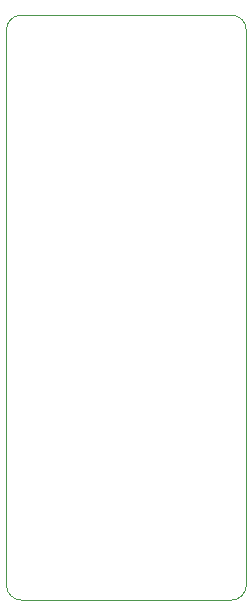
<source format=gbr>
G04 #@! TF.GenerationSoftware,KiCad,Pcbnew,(5.1.0)-1*
G04 #@! TF.CreationDate,2019-09-25T15:25:55+02:00*
G04 #@! TF.ProjectId,atmega328P-flasher,61746d65-6761-4333-9238-502d666c6173,rev?*
G04 #@! TF.SameCoordinates,Original*
G04 #@! TF.FileFunction,Profile,NP*
%FSLAX46Y46*%
G04 Gerber Fmt 4.6, Leading zero omitted, Abs format (unit mm)*
G04 Created by KiCad (PCBNEW (5.1.0)-1) date 2019-09-25 15:25:55*
%MOMM*%
%LPD*%
G04 APERTURE LIST*
%ADD10C,0.050000*%
G04 APERTURE END LIST*
D10*
X133350000Y-66040000D02*
G75*
G02X134620000Y-67310000I0J-1270000D01*
G01*
X134620000Y-114300000D02*
G75*
G02X133350000Y-115570000I-1270000J0D01*
G01*
X115570000Y-115570000D02*
X133350000Y-115570000D01*
X115570000Y-66040000D02*
X133350000Y-66040000D01*
X134620000Y-67310000D02*
X134620000Y-114300000D01*
X115570000Y-115570000D02*
G75*
G02X114300000Y-114300000I0J1270000D01*
G01*
X114300000Y-67310000D02*
G75*
G02X115570000Y-66040000I1270000J0D01*
G01*
X114300000Y-67310000D02*
X114300000Y-114300000D01*
M02*

</source>
